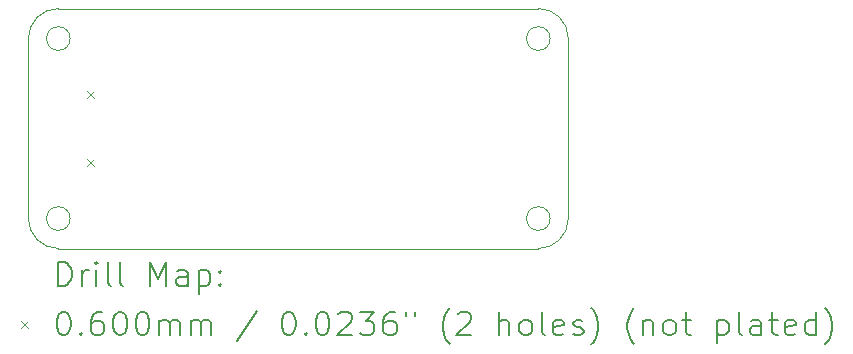
<source format=gbr>
%FSLAX45Y45*%
G04 Gerber Fmt 4.5, Leading zero omitted, Abs format (unit mm)*
G04 Created by KiCad (PCBNEW (6.0.0-0)) date 2023-05-28 12:50:59*
%MOMM*%
%LPD*%
G01*
G04 APERTURE LIST*
%TA.AperFunction,Profile*%
%ADD10C,0.100000*%
%TD*%
%ADD11C,0.200000*%
%ADD12C,0.060000*%
G04 APERTURE END LIST*
D10*
X9398000Y-7747000D02*
X13462000Y-7747000D01*
X13562000Y-8001000D02*
G75*
G03*
X13562000Y-8001000I-100000J0D01*
G01*
X13562000Y-9525000D02*
G75*
G03*
X13562000Y-9525000I-100000J0D01*
G01*
X13462000Y-9779000D02*
G75*
G03*
X13716000Y-9525000I0J254000D01*
G01*
X9498000Y-9525000D02*
G75*
G03*
X9498000Y-9525000I-100000J0D01*
G01*
X13716000Y-8001000D02*
X13716000Y-9525000D01*
X9144000Y-9525000D02*
X9144000Y-8001000D01*
X13716000Y-8001000D02*
G75*
G03*
X13462000Y-7747000I-254000J0D01*
G01*
X9398000Y-7747000D02*
G75*
G03*
X9144000Y-8001000I0J-254000D01*
G01*
X13462000Y-9779000D02*
X9398000Y-9779000D01*
X9144000Y-9525000D02*
G75*
G03*
X9398000Y-9779000I254000J0D01*
G01*
X9498000Y-8001000D02*
G75*
G03*
X9498000Y-8001000I-100000J0D01*
G01*
D11*
D12*
X9640000Y-8444000D02*
X9700000Y-8504000D01*
X9700000Y-8444000D02*
X9640000Y-8504000D01*
X9640000Y-9022000D02*
X9700000Y-9082000D01*
X9700000Y-9022000D02*
X9640000Y-9082000D01*
D11*
X9396619Y-10094476D02*
X9396619Y-9894476D01*
X9444238Y-9894476D01*
X9472810Y-9904000D01*
X9491857Y-9923048D01*
X9501381Y-9942095D01*
X9510905Y-9980190D01*
X9510905Y-10008762D01*
X9501381Y-10046857D01*
X9491857Y-10065905D01*
X9472810Y-10084952D01*
X9444238Y-10094476D01*
X9396619Y-10094476D01*
X9596619Y-10094476D02*
X9596619Y-9961143D01*
X9596619Y-9999238D02*
X9606143Y-9980190D01*
X9615667Y-9970667D01*
X9634714Y-9961143D01*
X9653762Y-9961143D01*
X9720429Y-10094476D02*
X9720429Y-9961143D01*
X9720429Y-9894476D02*
X9710905Y-9904000D01*
X9720429Y-9913524D01*
X9729952Y-9904000D01*
X9720429Y-9894476D01*
X9720429Y-9913524D01*
X9844238Y-10094476D02*
X9825190Y-10084952D01*
X9815667Y-10065905D01*
X9815667Y-9894476D01*
X9949000Y-10094476D02*
X9929952Y-10084952D01*
X9920429Y-10065905D01*
X9920429Y-9894476D01*
X10177571Y-10094476D02*
X10177571Y-9894476D01*
X10244238Y-10037333D01*
X10310905Y-9894476D01*
X10310905Y-10094476D01*
X10491857Y-10094476D02*
X10491857Y-9989714D01*
X10482333Y-9970667D01*
X10463286Y-9961143D01*
X10425190Y-9961143D01*
X10406143Y-9970667D01*
X10491857Y-10084952D02*
X10472810Y-10094476D01*
X10425190Y-10094476D01*
X10406143Y-10084952D01*
X10396619Y-10065905D01*
X10396619Y-10046857D01*
X10406143Y-10027810D01*
X10425190Y-10018286D01*
X10472810Y-10018286D01*
X10491857Y-10008762D01*
X10587095Y-9961143D02*
X10587095Y-10161143D01*
X10587095Y-9970667D02*
X10606143Y-9961143D01*
X10644238Y-9961143D01*
X10663286Y-9970667D01*
X10672810Y-9980190D01*
X10682333Y-9999238D01*
X10682333Y-10056381D01*
X10672810Y-10075429D01*
X10663286Y-10084952D01*
X10644238Y-10094476D01*
X10606143Y-10094476D01*
X10587095Y-10084952D01*
X10768048Y-10075429D02*
X10777571Y-10084952D01*
X10768048Y-10094476D01*
X10758524Y-10084952D01*
X10768048Y-10075429D01*
X10768048Y-10094476D01*
X10768048Y-9970667D02*
X10777571Y-9980190D01*
X10768048Y-9989714D01*
X10758524Y-9980190D01*
X10768048Y-9970667D01*
X10768048Y-9989714D01*
D12*
X9079000Y-10394000D02*
X9139000Y-10454000D01*
X9139000Y-10394000D02*
X9079000Y-10454000D01*
D11*
X9434714Y-10314476D02*
X9453762Y-10314476D01*
X9472810Y-10324000D01*
X9482333Y-10333524D01*
X9491857Y-10352571D01*
X9501381Y-10390667D01*
X9501381Y-10438286D01*
X9491857Y-10476381D01*
X9482333Y-10495429D01*
X9472810Y-10504952D01*
X9453762Y-10514476D01*
X9434714Y-10514476D01*
X9415667Y-10504952D01*
X9406143Y-10495429D01*
X9396619Y-10476381D01*
X9387095Y-10438286D01*
X9387095Y-10390667D01*
X9396619Y-10352571D01*
X9406143Y-10333524D01*
X9415667Y-10324000D01*
X9434714Y-10314476D01*
X9587095Y-10495429D02*
X9596619Y-10504952D01*
X9587095Y-10514476D01*
X9577571Y-10504952D01*
X9587095Y-10495429D01*
X9587095Y-10514476D01*
X9768048Y-10314476D02*
X9729952Y-10314476D01*
X9710905Y-10324000D01*
X9701381Y-10333524D01*
X9682333Y-10362095D01*
X9672810Y-10400190D01*
X9672810Y-10476381D01*
X9682333Y-10495429D01*
X9691857Y-10504952D01*
X9710905Y-10514476D01*
X9749000Y-10514476D01*
X9768048Y-10504952D01*
X9777571Y-10495429D01*
X9787095Y-10476381D01*
X9787095Y-10428762D01*
X9777571Y-10409714D01*
X9768048Y-10400190D01*
X9749000Y-10390667D01*
X9710905Y-10390667D01*
X9691857Y-10400190D01*
X9682333Y-10409714D01*
X9672810Y-10428762D01*
X9910905Y-10314476D02*
X9929952Y-10314476D01*
X9949000Y-10324000D01*
X9958524Y-10333524D01*
X9968048Y-10352571D01*
X9977571Y-10390667D01*
X9977571Y-10438286D01*
X9968048Y-10476381D01*
X9958524Y-10495429D01*
X9949000Y-10504952D01*
X9929952Y-10514476D01*
X9910905Y-10514476D01*
X9891857Y-10504952D01*
X9882333Y-10495429D01*
X9872810Y-10476381D01*
X9863286Y-10438286D01*
X9863286Y-10390667D01*
X9872810Y-10352571D01*
X9882333Y-10333524D01*
X9891857Y-10324000D01*
X9910905Y-10314476D01*
X10101381Y-10314476D02*
X10120429Y-10314476D01*
X10139476Y-10324000D01*
X10149000Y-10333524D01*
X10158524Y-10352571D01*
X10168048Y-10390667D01*
X10168048Y-10438286D01*
X10158524Y-10476381D01*
X10149000Y-10495429D01*
X10139476Y-10504952D01*
X10120429Y-10514476D01*
X10101381Y-10514476D01*
X10082333Y-10504952D01*
X10072810Y-10495429D01*
X10063286Y-10476381D01*
X10053762Y-10438286D01*
X10053762Y-10390667D01*
X10063286Y-10352571D01*
X10072810Y-10333524D01*
X10082333Y-10324000D01*
X10101381Y-10314476D01*
X10253762Y-10514476D02*
X10253762Y-10381143D01*
X10253762Y-10400190D02*
X10263286Y-10390667D01*
X10282333Y-10381143D01*
X10310905Y-10381143D01*
X10329952Y-10390667D01*
X10339476Y-10409714D01*
X10339476Y-10514476D01*
X10339476Y-10409714D02*
X10349000Y-10390667D01*
X10368048Y-10381143D01*
X10396619Y-10381143D01*
X10415667Y-10390667D01*
X10425190Y-10409714D01*
X10425190Y-10514476D01*
X10520429Y-10514476D02*
X10520429Y-10381143D01*
X10520429Y-10400190D02*
X10529952Y-10390667D01*
X10549000Y-10381143D01*
X10577571Y-10381143D01*
X10596619Y-10390667D01*
X10606143Y-10409714D01*
X10606143Y-10514476D01*
X10606143Y-10409714D02*
X10615667Y-10390667D01*
X10634714Y-10381143D01*
X10663286Y-10381143D01*
X10682333Y-10390667D01*
X10691857Y-10409714D01*
X10691857Y-10514476D01*
X11082333Y-10304952D02*
X10910905Y-10562095D01*
X11339476Y-10314476D02*
X11358524Y-10314476D01*
X11377571Y-10324000D01*
X11387095Y-10333524D01*
X11396619Y-10352571D01*
X11406143Y-10390667D01*
X11406143Y-10438286D01*
X11396619Y-10476381D01*
X11387095Y-10495429D01*
X11377571Y-10504952D01*
X11358524Y-10514476D01*
X11339476Y-10514476D01*
X11320428Y-10504952D01*
X11310905Y-10495429D01*
X11301381Y-10476381D01*
X11291857Y-10438286D01*
X11291857Y-10390667D01*
X11301381Y-10352571D01*
X11310905Y-10333524D01*
X11320428Y-10324000D01*
X11339476Y-10314476D01*
X11491857Y-10495429D02*
X11501381Y-10504952D01*
X11491857Y-10514476D01*
X11482333Y-10504952D01*
X11491857Y-10495429D01*
X11491857Y-10514476D01*
X11625190Y-10314476D02*
X11644238Y-10314476D01*
X11663286Y-10324000D01*
X11672809Y-10333524D01*
X11682333Y-10352571D01*
X11691857Y-10390667D01*
X11691857Y-10438286D01*
X11682333Y-10476381D01*
X11672809Y-10495429D01*
X11663286Y-10504952D01*
X11644238Y-10514476D01*
X11625190Y-10514476D01*
X11606143Y-10504952D01*
X11596619Y-10495429D01*
X11587095Y-10476381D01*
X11577571Y-10438286D01*
X11577571Y-10390667D01*
X11587095Y-10352571D01*
X11596619Y-10333524D01*
X11606143Y-10324000D01*
X11625190Y-10314476D01*
X11768048Y-10333524D02*
X11777571Y-10324000D01*
X11796619Y-10314476D01*
X11844238Y-10314476D01*
X11863286Y-10324000D01*
X11872809Y-10333524D01*
X11882333Y-10352571D01*
X11882333Y-10371619D01*
X11872809Y-10400190D01*
X11758524Y-10514476D01*
X11882333Y-10514476D01*
X11949000Y-10314476D02*
X12072809Y-10314476D01*
X12006143Y-10390667D01*
X12034714Y-10390667D01*
X12053762Y-10400190D01*
X12063286Y-10409714D01*
X12072809Y-10428762D01*
X12072809Y-10476381D01*
X12063286Y-10495429D01*
X12053762Y-10504952D01*
X12034714Y-10514476D01*
X11977571Y-10514476D01*
X11958524Y-10504952D01*
X11949000Y-10495429D01*
X12244238Y-10314476D02*
X12206143Y-10314476D01*
X12187095Y-10324000D01*
X12177571Y-10333524D01*
X12158524Y-10362095D01*
X12149000Y-10400190D01*
X12149000Y-10476381D01*
X12158524Y-10495429D01*
X12168048Y-10504952D01*
X12187095Y-10514476D01*
X12225190Y-10514476D01*
X12244238Y-10504952D01*
X12253762Y-10495429D01*
X12263286Y-10476381D01*
X12263286Y-10428762D01*
X12253762Y-10409714D01*
X12244238Y-10400190D01*
X12225190Y-10390667D01*
X12187095Y-10390667D01*
X12168048Y-10400190D01*
X12158524Y-10409714D01*
X12149000Y-10428762D01*
X12339476Y-10314476D02*
X12339476Y-10352571D01*
X12415667Y-10314476D02*
X12415667Y-10352571D01*
X12710905Y-10590667D02*
X12701381Y-10581143D01*
X12682333Y-10552571D01*
X12672809Y-10533524D01*
X12663286Y-10504952D01*
X12653762Y-10457333D01*
X12653762Y-10419238D01*
X12663286Y-10371619D01*
X12672809Y-10343048D01*
X12682333Y-10324000D01*
X12701381Y-10295429D01*
X12710905Y-10285905D01*
X12777571Y-10333524D02*
X12787095Y-10324000D01*
X12806143Y-10314476D01*
X12853762Y-10314476D01*
X12872809Y-10324000D01*
X12882333Y-10333524D01*
X12891857Y-10352571D01*
X12891857Y-10371619D01*
X12882333Y-10400190D01*
X12768048Y-10514476D01*
X12891857Y-10514476D01*
X13129952Y-10514476D02*
X13129952Y-10314476D01*
X13215667Y-10514476D02*
X13215667Y-10409714D01*
X13206143Y-10390667D01*
X13187095Y-10381143D01*
X13158524Y-10381143D01*
X13139476Y-10390667D01*
X13129952Y-10400190D01*
X13339476Y-10514476D02*
X13320428Y-10504952D01*
X13310905Y-10495429D01*
X13301381Y-10476381D01*
X13301381Y-10419238D01*
X13310905Y-10400190D01*
X13320428Y-10390667D01*
X13339476Y-10381143D01*
X13368048Y-10381143D01*
X13387095Y-10390667D01*
X13396619Y-10400190D01*
X13406143Y-10419238D01*
X13406143Y-10476381D01*
X13396619Y-10495429D01*
X13387095Y-10504952D01*
X13368048Y-10514476D01*
X13339476Y-10514476D01*
X13520428Y-10514476D02*
X13501381Y-10504952D01*
X13491857Y-10485905D01*
X13491857Y-10314476D01*
X13672809Y-10504952D02*
X13653762Y-10514476D01*
X13615667Y-10514476D01*
X13596619Y-10504952D01*
X13587095Y-10485905D01*
X13587095Y-10409714D01*
X13596619Y-10390667D01*
X13615667Y-10381143D01*
X13653762Y-10381143D01*
X13672809Y-10390667D01*
X13682333Y-10409714D01*
X13682333Y-10428762D01*
X13587095Y-10447810D01*
X13758524Y-10504952D02*
X13777571Y-10514476D01*
X13815667Y-10514476D01*
X13834714Y-10504952D01*
X13844238Y-10485905D01*
X13844238Y-10476381D01*
X13834714Y-10457333D01*
X13815667Y-10447810D01*
X13787095Y-10447810D01*
X13768048Y-10438286D01*
X13758524Y-10419238D01*
X13758524Y-10409714D01*
X13768048Y-10390667D01*
X13787095Y-10381143D01*
X13815667Y-10381143D01*
X13834714Y-10390667D01*
X13910905Y-10590667D02*
X13920428Y-10581143D01*
X13939476Y-10552571D01*
X13949000Y-10533524D01*
X13958524Y-10504952D01*
X13968048Y-10457333D01*
X13968048Y-10419238D01*
X13958524Y-10371619D01*
X13949000Y-10343048D01*
X13939476Y-10324000D01*
X13920428Y-10295429D01*
X13910905Y-10285905D01*
X14272809Y-10590667D02*
X14263286Y-10581143D01*
X14244238Y-10552571D01*
X14234714Y-10533524D01*
X14225190Y-10504952D01*
X14215667Y-10457333D01*
X14215667Y-10419238D01*
X14225190Y-10371619D01*
X14234714Y-10343048D01*
X14244238Y-10324000D01*
X14263286Y-10295429D01*
X14272809Y-10285905D01*
X14349000Y-10381143D02*
X14349000Y-10514476D01*
X14349000Y-10400190D02*
X14358524Y-10390667D01*
X14377571Y-10381143D01*
X14406143Y-10381143D01*
X14425190Y-10390667D01*
X14434714Y-10409714D01*
X14434714Y-10514476D01*
X14558524Y-10514476D02*
X14539476Y-10504952D01*
X14529952Y-10495429D01*
X14520428Y-10476381D01*
X14520428Y-10419238D01*
X14529952Y-10400190D01*
X14539476Y-10390667D01*
X14558524Y-10381143D01*
X14587095Y-10381143D01*
X14606143Y-10390667D01*
X14615667Y-10400190D01*
X14625190Y-10419238D01*
X14625190Y-10476381D01*
X14615667Y-10495429D01*
X14606143Y-10504952D01*
X14587095Y-10514476D01*
X14558524Y-10514476D01*
X14682333Y-10381143D02*
X14758524Y-10381143D01*
X14710905Y-10314476D02*
X14710905Y-10485905D01*
X14720428Y-10504952D01*
X14739476Y-10514476D01*
X14758524Y-10514476D01*
X14977571Y-10381143D02*
X14977571Y-10581143D01*
X14977571Y-10390667D02*
X14996619Y-10381143D01*
X15034714Y-10381143D01*
X15053762Y-10390667D01*
X15063286Y-10400190D01*
X15072809Y-10419238D01*
X15072809Y-10476381D01*
X15063286Y-10495429D01*
X15053762Y-10504952D01*
X15034714Y-10514476D01*
X14996619Y-10514476D01*
X14977571Y-10504952D01*
X15187095Y-10514476D02*
X15168048Y-10504952D01*
X15158524Y-10485905D01*
X15158524Y-10314476D01*
X15349000Y-10514476D02*
X15349000Y-10409714D01*
X15339476Y-10390667D01*
X15320428Y-10381143D01*
X15282333Y-10381143D01*
X15263286Y-10390667D01*
X15349000Y-10504952D02*
X15329952Y-10514476D01*
X15282333Y-10514476D01*
X15263286Y-10504952D01*
X15253762Y-10485905D01*
X15253762Y-10466857D01*
X15263286Y-10447810D01*
X15282333Y-10438286D01*
X15329952Y-10438286D01*
X15349000Y-10428762D01*
X15415667Y-10381143D02*
X15491857Y-10381143D01*
X15444238Y-10314476D02*
X15444238Y-10485905D01*
X15453762Y-10504952D01*
X15472809Y-10514476D01*
X15491857Y-10514476D01*
X15634714Y-10504952D02*
X15615667Y-10514476D01*
X15577571Y-10514476D01*
X15558524Y-10504952D01*
X15549000Y-10485905D01*
X15549000Y-10409714D01*
X15558524Y-10390667D01*
X15577571Y-10381143D01*
X15615667Y-10381143D01*
X15634714Y-10390667D01*
X15644238Y-10409714D01*
X15644238Y-10428762D01*
X15549000Y-10447810D01*
X15815667Y-10514476D02*
X15815667Y-10314476D01*
X15815667Y-10504952D02*
X15796619Y-10514476D01*
X15758524Y-10514476D01*
X15739476Y-10504952D01*
X15729952Y-10495429D01*
X15720428Y-10476381D01*
X15720428Y-10419238D01*
X15729952Y-10400190D01*
X15739476Y-10390667D01*
X15758524Y-10381143D01*
X15796619Y-10381143D01*
X15815667Y-10390667D01*
X15891857Y-10590667D02*
X15901381Y-10581143D01*
X15920428Y-10552571D01*
X15929952Y-10533524D01*
X15939476Y-10504952D01*
X15949000Y-10457333D01*
X15949000Y-10419238D01*
X15939476Y-10371619D01*
X15929952Y-10343048D01*
X15920428Y-10324000D01*
X15901381Y-10295429D01*
X15891857Y-10285905D01*
M02*

</source>
